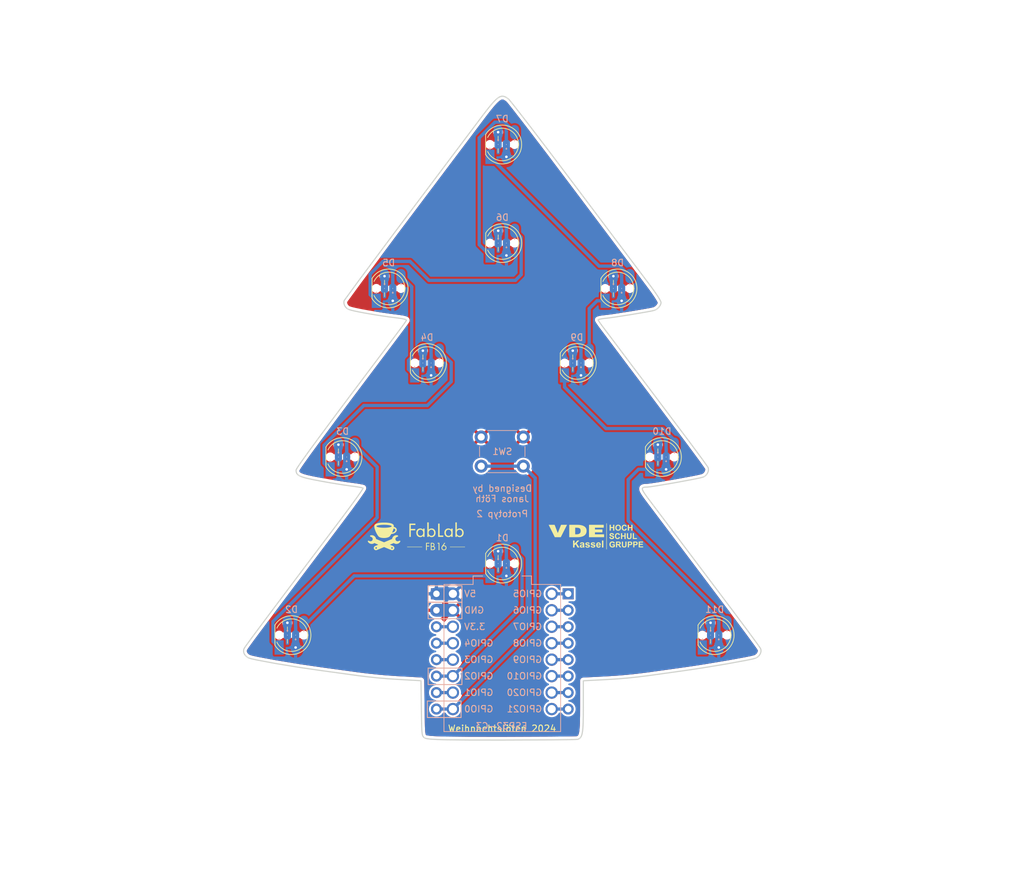
<source format=kicad_pcb>
(kicad_pcb (version 20240108) (generator "pcbnew") (generator_version "8.0")
  (layers (0 "F.Cu" signal) (31 "B.Cu" signal) (34 "B.Paste" user) (35 "F.Paste" user) (36 "B.SilkS" user "B.Silkscreen") (37 "F.SilkS" user "F.Silkscreen") (38 "B.Mask" user) (39 "F.Mask" user) (44 "Edge.Cuts" user))
  (net 0 "")
  (net 1 "GND")
  (net 2 "Net-(D1-DO)")
  (net 3 "Net-(D2-DO)")
  (net 4 "Net-(D3-DO)")
  (net 5 "Net-(D4-DO)")
  (net 6 "Net-(D5-DO)")
  (net 7 "Net-(D6-DO)")
  (net 8 "Net-(D7-DO)")
  (net 9 "Net-(D8-DO)")
  (net 10 "Net-(D10-DI)")
  (net 11 "GPIO1")
  (net 12 "GPIO0")
  (net 13 "5V")
  (net 14 "Net-(D10-DO)")
  (net 15 "GPIO2")
  (net 16 "GPIO4")
  (net 17 "3.3V")
  (net 18 "GPIO3")
  (net 19 "GPIO20")
  (net 20 "GPIO6")
  (net 21 "GPIO8")
  (net 22 "GPIO5")
  (net 23 "GPIO9")
  (net 24 "GPIO21")
  (net 25 "GPIO10")
  (net 26 "GPIO7")
  (footprint "Library:LED_D5.0mm-4_RGB_easy" (layer "F.Cu") (at 160.1 84)
    (property "Reference" "D9" (at 1.905 -3.96 0) (layer "B.SilkS") (effects (justify mirror)))
    (property "Value" "APA-106-F5")
    (pad "" np_thru_hole circle (at 0 0) (size 0.1 0.1) (drill 0.9) (layers "F&B.Cu" "*.Mask"))
    (pad "" np_thru_hole circle (at 1.27 0) (size 0.1 0.1) (drill 0.9) (layers "F&B.Cu" "*.Mask") (clearance 0.1))
    (pad "" np_thru_hole circle (at 2.54 0) (size 0.1 0.1) (drill 0.9) (layers "F&B.Cu" "*.Mask") (clearance 0.1))
    (pad "" np_thru_hole circle (at 3.81 0) (size 0.1 0.1) (drill 0.9) (layers "F&B.Cu" "*.Mask"))
    (pad "1" smd rect (at 0 1.9) (size 1.4 2.2) (layers "B.Cu" "B.Paste" "B.Mask") (net 10 "Net-(D10-DI)"))
    (pad "2" thru_hole circle (at 1.27 -1.905) (size 0.55 0.55) (drill 0.4) (layers "*.Cu" "B.Mask") (net 1 "GND") (clearance 0.000001))
    (pad "2" smd oval (at 1.27 -1.9) (size 1.4 2.2) (layers "B.Cu" "B.Paste" "B.Mask") (net 1 "GND"))
    (pad "2" smd roundrect (at 1.27 -0.381) (size 1.1 2.2) (layers "B.Cu" "B.Paste") (roundrect_rratio 0.3636363636) (net 1 "GND") (clearance 0.15))
    (pad "2" smd roundrect (at 1.27 0.762) (size 0.5 1.5) (layers "B.Cu" "B.Paste") (roundrect_rratio 0.3636363636) (net 1 "GND"))
    (pad "3" smd roundrect (at 2.54 -0.762) (size 0.5 1.5) (layers "B.Cu" "B.Paste") (roundrect_rratio 0.3636363636) (net 13 "5V"))
    (pad "3" smd roundrect (at 2.54 0.381) (size 1.1 2.2) (layers "B.Cu" "B.Paste") (roundrect_rratio 0.3636363636) (net 13 "5V") (clearance 0.15))
    (pad "3" smd oval (at 2.54 1.9) (size 1.4 2.2) (layers "B.Cu" "B.Paste" "B.Mask") (net 13 "5V"))
    (pad "3" thru_hole circle (at 2.54 1.905) (size 0.55 0.55) (drill 0.4) (layers "*.Cu" "B.Mask") (net 13 "5V"))
    (pad "4" smd oval (at 3.81 -1.9) (size 1.4 2.2) (layers "B.Cu" "B.Paste" "B.Mask") (net 9 "Net-(D8-DO)"))
  )
  (footprint "Logos:fablab_logo" (layer "F.Cu") (at 137.25 110.775061)
    (property "Reference" "G***" (hide yes))
    (property "Value" "LOGO" (hide yes))
  )
  (footprint "Library:LED_D5.0mm-4_RGB_easy" (layer "F.Cu") (at 148.59 114.935)
    (property "Reference" "D1" (at 1.905 -3.96 0) (layer "B.SilkS") (effects (justify mirror)))
    (property "Value" "APA-106-F5")
    (pad "" np_thru_hole circle (at 0 0) (size 0.1 0.1) (drill 0.9) (layers "F&B.Cu" "*.Mask"))
    (pad "" np_thru_hole circle (at 1.27 0) (size 0.1 0.1) (drill 0.9) (layers "F&B.Cu" "*.Mask") (clearance 0.1))
    (pad "" np_thru_hole circle (at 2.54 0) (size 0.1 0.1) (drill 0.9) (layers "F&B.Cu" "*.Mask") (clearance 0.1))
    (pad "" np_thru_hole circle (at 3.81 0) (size 0.1 0.1) (drill 0.9) (layers "F&B.Cu" "*.Mask"))
    (pad "1" smd rect (at 0 1.9) (size 1.4 2.2) (layers "B.Cu" "B.Paste" "B.Mask") (net 2 "Net-(D1-DO)"))
    (pad "2" thru_hole circle (at 1.27 -1.905) (size 0.55 0.55) (drill 0.4) (layers "*.Cu" "B.Mask") (net 1 "GND") (clearance 0.000001))
    (pad "2" smd oval (at 1.27 -1.9) (size 1.4 2.2) (layers "B.Cu" "B.Paste" "B.Mask") (net 1 "GND"))
    (pad "2" smd roundrect (at 1.27 -0.381) (size 1.1 2.2) (layers "B.Cu" "B.Paste") (roundrect_rratio 0.3636363636) (net 1 "GND") (clearance 0.15))
    (pad "2" smd roundrect (at 1.27 0.762) (size 0.5 1.5) (layers "B.Cu" "B.Paste") (roundrect_rratio 0.3636363636) (net 1 "GND"))
    (pad "3" smd roundrect (at 2.54 -0.762) (size 0.5 1.5) (layers "B.Cu" "B.Paste") (roundrect_rratio 0.3636363636) (net 13 "5V"))
    (pad "3" smd roundrect (at 2.54 0.381) (size 1.1 2.2) (layers "B.Cu" "B.Paste") (roundrect_rratio 0.3636363636) (net 13 "5V") (clearance 0.15))
    (pad "3" smd oval (at 2.54 1.9) (size 1.4 2.2) (layers "B.Cu" "B.Paste" "B.Mask") (net 13 "5V"))
    (pad "3" thru_hole circle (at 2.54 1.905) (size 0.55 0.55) (drill 0.4) (layers "*.Cu" "B.Mask") (net 13 "5V"))
    (pad "4" smd oval (at 3.81 -1.9) (size 1.4 2.2) (layers "B.Cu" "B.Paste" "B.Mask") (net 15 "GPIO2"))
  )
  (footprint "Library:LED_D5.0mm-4_RGB_easy" (layer "F.Cu") (at 173.228 98.5)
    (property "Reference" "D10" (at 1.905 -3.96 0) (layer "B.SilkS") (effects (justify mirror)))
    (property "Value" "APA-106-F5")
    (pad "" np_thru_hole circle (at 0 0) (size 0.1 0.1) (drill 0.9) (layers "F&B.Cu" "*.Mask"))
    (pad "" np_thru_hole circle (at 1.27 0) (size 0.1 0.1) (drill 0.9) (layers "F&B.Cu" "*.Mask") (clearance 0.1))
    (pad "" np_thru_hole circle (at 2.54 0) (size 0.1 0.1) (drill 0.9) (layers "F&B.Cu" "*.Mask") (clearance 0.1))
    (pad "" np_thru_hole circle (at 3.81 0) (size 0.1 0.1) (drill 0.9) (layers "F&B.Cu" "*.Mask"))
    (pad "1" smd rect (at 0 1.9) (size 1.4 2.2) (layers "B.Cu" "B.Paste" "B.Mask") (net 14 "Net-(D10-DO)"))
    (pad "2" thru_hole circle (at 1.27 -1.905) (size 0.55 0.55) (drill 0.4) (layers "*.Cu" "B.Mask") (net 1 "GND") (clearance 0.000001))
    (pad "2" smd oval (at 1.27 -1.9) (size 1.4 2.2) (layers "B.Cu" "B.Paste" "B.Mask") (net 1 "GND"))
    (pad "2" smd roundrect (at 1.27 -0.381) (size 1.1 2.2) (layers "B.Cu" "B.Paste") (roundrect_rratio 0.3636363636) (net 1 "GND") (clearance 0.15))
    (pad "2" smd roundrect (at 1.27 0.762) (size 0.5 1.5) (layers "B.Cu" "B.Paste") (roundrect_rratio 0.3636363636) (net 1 "GND"))
    (pad "3" smd roundrect (at 2.54 -0.762) (size 0.5 1.5) (layers "B.Cu" "B.Paste") (roundrect_rratio 0.3636363636) (net 13 "5V"))
    (pad "3" smd roundrect (at 2.54 0.381) (size 1.1 2.2) (layers "B.Cu" "B.Paste") (roundrect_rratio 0.3636363636) (net 13 "5V") (clearance 0.15))
    (pad "3" smd oval (at 2.54 1.9) (size 1.4 2.2) (layers "B.Cu" "B.Paste" "B.Mask") (net 13 "5V"))
    (pad "3" thru_hole circle (at 2.54 1.905) (size 0.55 0.55) (drill 0.4) (layers "*.Cu" "B.Mask") (net 13 "5V"))
    (pad "4" smd oval (at 3.81 -1.9) (size 1.4 2.2) (layers "B.Cu" "B.Paste" "B.Mask") (net 10 "Net-(D10-DI)"))
  )
  (footprint "Library:LED_D5.0mm-4_RGB_easy" (layer "F.Cu") (at 136.98 84)
    (property "Reference" "D4" (at 1.905 -3.96 0) (layer "B.SilkS") (effects (justify mirror)))
    (property "Value" "APA-106-F5")
    (pad "" np_thru_hole circle (at 0 0) (size 0.1 0.1) (drill 0.9) (layers "F&B.Cu" "*.Mask"))
    (pad "" np_thru_hole circle (at 1.27 0) (size 0.1 0.1) (drill 0.9) (layers "F&B.Cu" "*.Mask") (clearance 0.1))
    (pad "" np_thru_hole circle (at 2.54 0) (size 0.1 0.1) (drill 0.9) (layers "F&B.Cu" "*.Mask") (clearance 0.1))
    (pad "" np_thru_hole circle (at 3.81 0) (size 0.1 0.1) (drill 0.9) (layers "F&B.Cu" "*.Mask"))
    (pad "1" smd rect (at 0 1.9) (size 1.4 2.2) (layers "B.Cu" "B.Paste" "B.Mask") (net 5 "Net-(D4-DO)"))
    (pad "2" thru_hole circle (at 1.27 -1.905) (size 0.55 0.55) (drill 0.4) (layers "*.Cu" "B.Mask") (net 1 "GND") (clearance 0.000001))
    (pad "2" smd oval (at 1.27 -1.9) (size 1.4 2.2) (layers "B.Cu" "B.Paste" "B.Mask") (net 1 "GND"))
    (pad "2" smd roundrect (at 1.27 -0.381) (size 1.1 2.2) (layers "B.Cu" "B.Paste") (roundrect_rratio 0.3636363636) (net 1 "GND") (clearance 0.15))
    (pad "2" smd roundrect (at 1.27 0.762) (size 0.5 1.5) (layers "B.Cu" "B.Paste") (roundrect_rratio 0.3636363636) (net 1 "GND"))
    (pad "3" smd roundrect (at 2.54 -0.762) (size 0.5 1.5) (layers "B.Cu" "B.Paste") (roundrect_rratio 0.3636363636) (net 13 "5V"))
    (pad "3" smd roundrect (at 2.54 0.381) (size 1.1 2.2) (layers "B.Cu" "B.Paste") (roundrect_rratio 0.3636363636) (net 13 "5V") (clearance 0.15))
    (pad "3" smd oval (at 2.54 1.9) (size 1.4 2.2) (layers "B.Cu" "B.Paste" "B.Mask") (net 13 "5V"))
    (pad "3" thru_hole circle (at 2.54 1.905) (size 0.55 0.55) (drill 0.4) (layers "*.Cu" "B.Mask") (net 13 "5V"))
    (pad "4" smd oval (at 3.81 -1.9) (size 1.4 2.2) (layers "B.Cu" "B.Paste" "B.Mask") (net 4 "Net-(D3-DO)"))
  )
  (footprint "Library:LED_D5.0mm-4_RGB_easy" (layer "F.Cu") (at 148.59 50.292)
    (property "Reference" "D7" (at 1.905 -3.96 0) (layer "B.SilkS") (effects (justify mirror)))
    (property "Value" "APA-106-F5")
    (pad "" np_thru_hole circle (at 0 0) (size 0.1 0.1) (drill 0.9) (layers "F&B.Cu" "*.Mask"))
    (pad "" np_thru_hole circle (at 1.27 0) (size 0.1 0.1) (drill 0.9) (layers "F&B.Cu" "*.Mask") (clearance 0.1))
    (pad "" np_thru_hole circle (at 2.54 0) (size 0.1 0.1) (drill 0.9) (layers "F&B.Cu" "*.Mask") (clearance 0.1))
    (pad "" np_thru_hole circle (at 3.81 0) (size 0.1 0.1) (drill 0.9) (layers "F&B.Cu" "*.Mask"))
    (pad "1" smd rect (at 0 1.9) (size 1.4 2.2) (layers "B.Cu" "B.Paste" "B.Mask") (net 8 "Net-(D7-DO)"))
    (pad "2" thru_hole circle (at 1.27 -1.905) (size 0.55 0.55) (drill 0.4) (layers "*.Cu" "B.Mask") (net 1 "GND") (clearance 0.000001))
    (pad "2" smd oval (at 1.27 -1.9) (size 1.4 2.2) (layers "B.Cu" "B.Paste" "B.Mask") (net 1 "GND"))
    (pad "2" smd roundrect (at 1.27 -0.381) (size 1.1 2.2) (layers "B.Cu" "B.Paste") (roundrect_rratio 0.3636363636) (net 1 "GND") (clearance 0.15))
    (pad "2" smd roundrect (at 1.27 0.762) (size 0.5 1.5) (layers "B.Cu" "B.Paste") (roundrect_rratio 0.3636363636) (net 1 "GND"))
    (pad "3" smd roundrect (at 2.54 -0.762) (size 0.5 1.5) (layers "B.Cu" "B.Paste") (roundrect_rratio 0.3636363636) (net 13 "5V"))
    (pad "3" smd roundrect (at 2.54 0.381) (size 1.1 2.2) (layers "B.Cu" "B.Paste") (roundrect_rratio 0.3636363636) (net 13 "5V") (clearance 0.15))
    (pad "3" smd oval (at 2.54 1.9) (size 1.4 2.2) (layers "B.Cu" "B.Paste" "B.Mask") (net 13 "5V"))
    (pad "3" thru_hole circle (at 2.54 1.905) (size 0.55 0.55) (drill 0.4) (layers "*.Cu" "B.Mask") (net 13 "5V"))
    (pad "4" smd oval (at 3.81 -1.9) (size 1.4 2.2) (layers "B.Cu" "B.Paste" "B.Mask") (net 7 "Net-(D6-DO)"))
  )
  (footprint "Logos:vde_hsg_logo" (layer "F.Cu") (at 165 110.75)
    (property "Reference" "G***" (hide yes))
    (property "Value" "LOGO" (hide yes))
  )
  (footprint "Library:LED_D5.0mm-4_RGB_easy" (layer "F.Cu") (at 123.952 98.5)
    (property "Reference" "D3" (at 1.905 -3.96 0) (layer "B.SilkS") (effects (justify mirror)))
    (property "Value" "APA-106-F5")
    (pad "" np_thru_hole circle (at 0 0) (size 0.1 0.1) (drill 0.9) (layers "F&B.Cu" "*.Mask"))
    (pad "" np_thru_hole circle (at 1.27 0) (size 0.1 0.1) (drill 0.9) (layers "F&B.Cu" "*.Mask") (clearance 0.1))
    (pad "" np_thru_hole circle (at 2.54 0) (size 0.1 0.1) (drill 0.9) (layers "F&B.Cu" "*.Mask") (clearance 0.1))
    (pad "" np_thru_hole circle (at 3.81 0) (size 0.1 0.1) (drill 0.9) (layers "F&B.Cu" "*.Mask"))
    (pad "1" smd rect (at 0 1.9) (size 1.4 2.2) (layers "B.Cu" "B.Paste" "B.Mask") (net 4 "Net-(D3-DO)"))
    (pad "2" thru_hole circle (at 1.27 -1.905) (size 0.55 0.55) (drill 0.4) (layers "*.Cu" "B.Mask") (net 1 "GND") (clearance 0.000001))
    (pad "2" smd oval (at 1.27 -1.9) (size 1.4 2.2) (layers "B.Cu" "B.Paste" "B.Mask") (net 1 "GND"))
    (pad "2" smd roundrect (at 1.27 -0.381) (size 1.1 2.2) (layers "B.Cu" "B.Paste") (roundrect_rratio 0.3636363636) (net 1 "GND") (clearance 0.15))
    (pad "2" smd roundrect (at 1.27 0.762) (size 0.5 1.5) (layers "B.Cu" "B.Paste") (roundrect_rratio 0.3636363636) (net 1 "GND"))
    (pad "3" smd roundrect (at 2.54 -0.762) (size 0.5 1.5) (layers "B.Cu" "B.Paste") (roundrect_rratio 0.3636363636) (net 13 "5V"))
    (pad "3" smd roundrect (at 2.54 0.381) (size 1.1 2.2) (layers "B.Cu" "B.Paste") (roundrect_rratio 0.3636363636) (net 13 "5V") (clearance 0.15))
    (pad "3" smd oval (at 2.54 1.9) (size 1.4 2.2) (layers "B.Cu" "B.Paste" "B.Mask") (net 13 "5V"))
    (pad "3" thru_hole circle (at 2.54 1.905) (size 0.55 0.55) (drill 0.4) (layers "*.Cu" "B.Mask") (net 13 "5V"))
    (pad "4" smd oval (at 3.81 -1.9) (size 1.4 2.2) (layers "B.Cu" "B.Paste" "B.Mask") (net 3 "Net-(D2-DO)"))
  )
  (footprint "Library:LED_D5.0mm-4_RGB_easy" (layer "F.Cu") (at 116.078 125.979)
    (property "Reference" "D2" (at 1.905 -3.96 0) (layer "B.SilkS") (effects (justify mirror)))
    (property "Value" "APA-106-F5")
    (pad "" np_thru_hole circle (at 0 0) (size 0.1 0.1) (drill 0.9) (layers "F&B.Cu" "*.Mask"))
    (pad "" np_thru_hole circle (at 1.27 0) (size 0.1 0.1) (drill 0.9) (layers "F&B.Cu" "*.Mask") (clearance 0.1))
    (pad "" np_thru_hole circle (at 2.54 0) (size 0.1 0.1) (drill 0.9) (layers "F&B.Cu" "*.Mask") (clearance 0.1))
    (pad "" np_thru_hole circle (at 3.81 0) (size 0.1 0.1) (drill 0.9) (layers "F&B.Cu" "*.Mask"))
    (pad "1" smd rect (at 0 1.9) (size 1.4 2.2) (layers "B.Cu" "B.Paste" "B.Mask") (net 3 "Net-(D2-DO)"))
    (pad "2" thru_hole circle (at 1.27 -1.905) (size 0.55 0.55) (drill 0.4) (layers "*.Cu" "B.Mask") (net 1 "GND") (clearance 0.000001))
    (pad "2" smd oval (at 1.27 -1.9) (size 1.4 2.2) (layers "B.Cu" "B.Paste" "B.Mask") (net 1 "GND"))
    (pad "2" smd roundrect (at 1.27 -0.381) (size 1.1 2.2) (layers "B.Cu" "B.Paste") (roundrect_rratio 0.3636363636) (net 1 "GND") (clearance 0.15))
    (pad "2" smd roundrect (at 1.27 0.762) (size 0.5 1.5) (layers "B.Cu" "B.Paste") (roundrect_rratio 0.3636363636) (net 1 "GND"))
    (pad "3" smd roundrect (at 2.54 -0.762) (size 0.5 1.5) (layers "B.Cu" "B.Paste") (roundrect_rratio 0.3636363636) (net 13 "5V"))
    (pad "3" smd roundrect (at 2.54 0.381) (size 1.1 2.2) (layers "B.Cu" "B.Paste") (roundrect_rratio 0.3636363636) (net 13 "5V") (clearance 0.15))
    (pad "3" smd oval (at 2.54 1.9) (size 1.4 2.2) (layers "B.Cu" "B.Paste" "B.Mask") (net 13 "5V"))
    (pad "3" thru_hole circle (at 2.54 1.905) (size 0.55 0.55) (drill 0.4) (layers "*.Cu" "B.Mask") (net 13 "5V"))
    (pad "4" smd oval (at 3.81 -1.9) (size 1.4 2.2) (layers "B.Cu" "B.Paste" "B.Mask") (net 2 "Net-(D1-DO)"))
  )
  (footprint "Library:LED_D5.0mm-4_RGB_easy" (layer "F.Cu") (at 166.37 72.5)
    (property "Reference" "D8" (at 1.905 -3.96 0) (layer "B.SilkS") (effects (justify mirror)))
    (property "Value" "APA-106-F5")
    (pad "" np_thru_hole circle (at 0 0) (size 0.1 0.1) (drill 0.9) (layers "F&B.Cu" "*.Mask"))
    (pad "" np_thru_hole circle (at 1.27 0) (size 0.1 0.1) (drill 0.9) (layers "F&B.Cu" "*.Mask") (clearance 0.1))
    (pad "" np_thru_hole circle (at 2.54 0) (size 0.1 0.1) (drill 0.9) (layers "F&B.Cu" "*.Mask") (clearance 0.1))
    (pad "" np_thru_hole circle (at 3.81 0) (size 0.1 0.1) (drill 0.9) (layers "F&B.Cu" "*.Mask"))
    (pad "1" smd rect (at 0 1.9) (size 1.4 2.2) (layers "B.Cu" "B.Paste" "B.Mask") (net 9 "Net-(D8-DO)"))
    (pad "2" thru_hole circle (at 1.27 -1.905) (size 0.55 0.55) (drill 0.4) (layers "*.Cu" "B.Mask") (net 1 "GND") (clearance 0.000001))
    (pad "2" smd oval (at 1.27 -1.9) (size 1.4 2.2) (layers "B.Cu" "B.Paste" "B.Mask") (net 1 "GND"))
    (pad "2" smd roundrect (at 1.27 -0.381) (size 1.1 2.2) (layers "B.Cu" "B.Paste") (roundrect_rratio 0.3636363636) (net 1 "GND") (clearance 0.15))
    (pad "2" smd roundrect (at 1.27 0.762) (size 0.5 1.5) (layers "B.Cu" "B.Paste") (roundrect_rratio 0.3636363636) (net 1 "GND"))
    (pad "3" smd roundrect (at 2.54 -0.762) (size 0.5 1.5) (layers "B.Cu" "B.Paste") (roundrect_rratio 0.3636363636) (net 13 "5V"))
    (pad "3" smd roundrect (at 2.54 0.381) (size 1.1 2.2) (layers "B.Cu" "B.Paste") (roundrect_rratio 0.3636363636) (net 13 "5V") (clearance 0.15))
    (pad "3" smd oval (at 2.54 1.9) (size 1.4 2.2) (layers "B.Cu" "B.Paste" "B.Mask") (net 13 "5V"))
    (pad "3" thru_hole circle (at 2.54 1.905) (size 0.55 0.55) (drill 0.4) (layers "*.Cu" "B.Mask") (net 13 "5V"))
    (pad "4" smd oval (at 3.81 -1.9) (size 1.4 2.2) (layers "B.Cu" "B.Paste" "B.Mask") (net 8 "Net-(D7-DO)"))
  )
  (footprint "Library:LED_D5.0mm-4_RGB_easy" (layer "F.Cu") (at 181.356 125.979)
    (property "Reference" "D11" (at 1.905 -3.96 0) (layer "B.SilkS") (effects (justify mirror)))
    (property "Value" "APA-106-F5")
    (pad "" np_thru_hole circle (at 0 0) (size 0.1 0.1) (drill 0.9) (layers "F&B.Cu" "*.Mask"))
    (pad "" np_thru_hole circle (at 1.27 0) (size 0.1 0.1) (drill 0.9) (layers "F&B.Cu" "*.Mask") (clearance 0.1))
    (pad "" np_thru_hole circle (at 2.54 0) (size 0.1 0.1) (drill 0.9) (layers "F&B.Cu" "*.Mask") (clearance 0.1))
    (pad "" np_thru_hole circle (at 3.81 0) (size 0.1 0.1) (drill 0.9) (layers "F&B.Cu" "*.Mask"))
    (pad "1" smd rect (at 0 1.9) (size 1.4 2.2) (layers "B.Cu" "B.Paste" "B.Mask"))
    (pad "2" thru_hole circle (at 1.27 -1.905) (size 0.55 0.55) (drill 0.4) (layers "*.Cu" "B.Mask") (net 1 "GND") (clearance 0.000001))
    (pad "2" smd oval (at 1.27 -1.9) (size 1.4 2.2) (layers "B.Cu" "B.Paste" "B.Mask") (net 1 "GND"))
    (pad "2" smd roundrect (at 1.27 -0.381) (size 1.1 2.2) (layers "B.Cu" "B.Paste") (roundrect_rratio 0.3636363636) (net 1 "GND") (clearance 0.15))
    (pad "2" smd roundrect (at 1.27 0.762) (size 0.5 1.5) (layers "B.Cu" "B.Paste") (roundrect_rratio 0.3636363636) (net 1 "GND"))
    (pad "3" smd roundrect (at 2.54 -0.762) (size 0.5 1.5) (layers "B.Cu" "B.Paste") (roundrect_rratio 0.3636363636) (net 13 "5V"))
    (pad "3" smd roundrect (at 2.54 0.381) (size 1.1 2.2) (layers "B.Cu" "B.Paste") (roundrect_rratio 0.3636363636) (net 13 "5V") (clearance 0.15))
    (pad "3" smd oval (at 2.54 1.9) (size 1.4 2.2) (layers "B.Cu" "B.Paste" "B.Mask") (net 13 "5V"))
    (pad "3" thru_hole circle (at 2.54 1.905) (size 0.55 0.55) (drill 0.4) (layers "*.Cu" "B.Mask") (net 13 "5V"))
    (pad "4" smd oval (at 3.81 -1.9) (size 1.4 2.2) (layers "B.Cu" "B.Paste" "B.Mask") (net 14 "Net-(D10-DO)"))
  )
  (footprint "Library:LED_D5.0mm-4_RGB_easy" (layer "F.Cu") (at 131.064 72.5)
    (property "Reference" "D5" (at 1.905 -3.96 0) (layer "B.SilkS") (effects (justify mirror)))
    (property "Value" "APA-106-F5")
    (pad "" np_thru_hole circle (at 0 0) (size 0.1 0.1) (drill 0.9) (layers "F&B.Cu" "*.Mask"))
    (pad "" np_thru_hole circle (at 1.27 0) (size 0.1 0.1) (drill 0.9) (layers "F&B.Cu" "*.Mask") (clearance 0.1))
    (pad "" np_thru_hole circle (at 2.54 0) (size 0.1 0.1) (drill 0.9) (layers "F&B.Cu" "*.Mask") (clearance 0.1))
    (pad "" np_thru_hole circle (at 3.81 0) (size 0.1 0.1) (drill 0.9) (layers "F&B.Cu" "*.Mask"))
    (pad "1" smd rect (at 0 1.9) (size 1.4 2.2) (layers "B.Cu" "B.Paste" "B.Mask") (net 6 "Net-(D5-DO)"))
    (pad "2" thru_hole circle (at 1.27 -1.905) (size 0.55 0.55) (drill 0.4) (layers "*.Cu" "B.Mask") (net 1 "GND") (clearance 0.000001))
    (pad "2" smd oval (at 1.27 -1.9) (size 1.4 2.2) (layers "B.Cu" "B.Paste" "B.Mask") (net 1 "GND"))
    (pad "2" smd roundrect (at 1.27 -0.381) (size 1.1 2.2) (layers "B.Cu" "B.Paste") (roundrect_rratio 0.3636363636) (net 1 "GND") (clearance 0.15))
    (pad "2" smd roundrect (at 1.27 0.762) (size 0.5 1.5) (layers "B.Cu" "B.Paste") (roundrect_rratio 0.3636363636) (net 1 "GND"))
    (pad "3" smd roundrect (at 2.54 -0.762) (size 0.5 1.5) (layers "B.Cu" "B.Paste") (roundrect_rratio 0.3636363636) (net 13 "5V"))
    (pad "3" smd roundrect (at 2.54 0.381) (size 1.1 2.2) (layers "B.Cu" "B.Paste") (roundrect_rratio 0.3636363636) (net 13 "5V") (clearance 0.15))
    (pad "3" smd oval (at 2.54 1.9) (size 1.4 2.2) (layers "B.Cu" "B.Paste" "B.Mask") (net 13 "5V"))
    (pad "3" thru_hole circle (at 2.54 1.905) (size 0.55 0.55) (drill 0.4) (layers "*.Cu" "B.Mask") (net 13 "5V"))
    (pad "4" smd oval (at 3.81 -1.9) (size 1.4 2.2) (layers "B.Cu" "B.Paste" "B.Mask") (net 5 "Net-(D4-DO)"))
  )
  (footprint "Library:LED_D5.0mm-4_RGB_easy" (layer "F.Cu") (at 148.6 65.5)
    (property "Reference" "D6" (at 1.905 -3.96 0) (layer "B.SilkS") (effects (justify mirror)))
    (property "Value" "APA-106-F5")
    (pad "" np_thru_hole circle (at 0 0) (size 0.1 0.1) (drill 0.9) (layers "F&B.Cu" "*.Mask"))
    (pad "" np_thru_hole circle (at 1.27 0) (size 0.1 0.1) (drill 0.9) (layers "F&B.Cu" "*.Mask") (clearance 0.1))
    (pad "" np_thru_hole circle (at 2.54 0) (size 0.1 0.1) (drill 0.9) (layers "F&B.Cu" "*.Mask") (clearance 0.1))
    (pad "" np_thru_hole circle (at 3.81 0) (size 0.1 0.1) (drill 0.9) (layers "F&B.Cu" "*.Mask"))
    (pad "1" smd rect (at 0 1.9) (size 1.4 2.2) (layers "B.Cu" "B.Paste" "B.Mask") (net 7 "Net-(D6-DO)"))
    (pad "2" thru_hole circle (at 1.27 -1.905) (size 0.55 0.55) (drill 0.4) (layers "*.Cu" "B.Mask") (net 1 "GND") (clearance 0.000001))
    (pad "2" smd oval (at 1.27 -1.9) (size 1.4 2.2) (layers "B.Cu" "B.Paste" "B.Mask") (net 1 "GND"))
    (pad "2" smd roundrect (at 1.27 -0.381) (size 1.1 2.2) (layers "B.Cu" "B.Paste") (roundrect_rratio 0.3636363636) (net 1 "GND") (clearance 0.15))
    (pad "2" smd roundrect (at 1.27 0.762) (size 0.5 1.5) (layers "B.Cu" "B.Paste") (roundrect_rratio 0.3636363636) (net 1 "GND"))
    (pad "3" smd roundrect (at 2.54 -0.762) (size 0.5 1.5) (layers "B.Cu" "B.Paste") (roundrect_rratio 0.3636363636) (net 13 "5V"))
    (pad "3" smd roundrect (at 2.54 0.381) (size 1.1 2.2) (layers "B.Cu" "B.Paste") (roundrect_rratio 0.3636363636) (net 13 "5V") (clearance 0.15))
    (pad "3" smd oval (at 2.54 1.9) (size 1.4 2.2) (layers "B.Cu" "B.Paste" "B.Mask") (net 13 "5V"))
    (pad "3" thru_hole circle (at 2.54 1.905) (size 0.55 0.55) (drill 0.4) (layers "*.Cu" "B.Mask") (net 13 "5V"))
    (pad "4" smd oval (at 3.81 -1.9) (size 1.4 2.2) (layers "B.Cu" "B.Paste" "B.Mask") (net 6 "Net-(D5-DO)"))
  )
  (footprint "Connector_PinHeader_2.54mm:PinHeader_1x08_P2.54mm_Vertical" (layer "B.Cu") (at 160.66 119.6 180)
    (property "Reference" "P2" (hide yes))
    (property "Value" "Conn_01x08_Pin" (hide yes))
    (pad "1" thru_hole rect (at 0 0 180) (size 1.7 1.7) (drill 1) (layers "*.Cu" "*.Mask") (net 22 "GPIO5"))
    (pad "2" thru_hole oval (at 0 -2.54 180) (size 1.7 1.7) (drill 1) (layers "*.Cu" "*.Mask") (net 20 "GPIO6"))
    (pad "3" thru_hole oval (at 0 -5.08 180) (size 1.7 1.7) (drill 1) (layers "*.Cu" "*.Mask") (net 26 "GPIO7"))
    (pad "4" thru_hole oval (at 0 -7.62 180) (size 1.7 1.7) (drill 1) (layers "*.Cu" "*.Mask") (net 21 "GPIO8"))
    (pad "5" thru_hole oval (at 0 -10.16 180) (size 1.7 1.7) (drill 1) (layers "*.Cu" "*.Mask") (net 23 "GPIO9"))
    (pad "6" thru_hole oval (at 0 -12.7 180) (size 1.7 1.7) (drill 1) (layers "*.Cu" "*.Mask") (net 25 "GPIO10"))
    (pad "7" thru_hole oval (at 0 -15.24 180) (size 1.7 1.7) (drill 1) (layers "*.Cu" "*.Mask") (net 19 "GPIO20"))
    (pad "8" thru_hole oval (at 0 -17.78 180) (size 1.7 1.7) (drill 1) (layers "*.Cu" "*.Mask") (net 24 "GPIO21"))
  )
  (footprint "footprints:MODULE_ESP32-C3_SUPERMINI" (layer "B.Cu") (at 150.5 129.5 180)
    (property "Reference" "U1" (hide yes))
    (property "Value" "ESP32-C3" (at 0.12 -10.5 0) (layer "B.SilkS") (effects (justify mirror)))
    (fp_text user "GPIO20" (at -6.223 -5.334 0) (layer "B.SilkS") (effects (justify left mirror)))
    (fp_text user "GPIO5" (at -6.223 9.906 0) (layer "B.SilkS") (effects (justify left mirror)))
    (fp_text user "GPIO2" (at 5.969 -2.794 0) (layer "B.SilkS") (effects (justify right mirror)))
    (fp_text user "GPIO21" (at -6.223 -7.874 0) (layer "B.SilkS") (effects (justify left mirror)))
    (fp_text user "GPIO6" (at -6.223 7.366 0) (layer "B.SilkS") (effects (justify left mirror)))
    (fp_text user "GPIO4" (at 5.969 2.286 0) (layer "B.SilkS") (effects (justify right mirror)))
    (fp_text user "5V" (at 5.969 9.906 0) (layer "B.SilkS") (effects (justify right mirror)))
    (fp_text user "GPIO7" (at -6.223 4.826 0) (layer "B.SilkS") (effects (justify left mirror)))
    (fp_text user "GPIO3" (at 5.969 -0.254 0) (layer "B.SilkS") (effects (justify right mirror)))
    (fp_text user "3.3V" (at 5.969 4.826 0) (layer "B.SilkS") (effects (justify right mirror)))
    (fp_text user "GPIO8" (at -6.223 2.286 0) (layer "B.SilkS") (effects (justify left mirror)))
    (fp_text user "GPIO9" (at -6.223 -0.254 0) (layer "B.SilkS") (effects (justify left mirror)))
    (fp_text user "GPIO10" (at -6.223 -2.794 0) (layer "B.SilkS") (effects (justify left mirror)))
    (fp_text user "GPIO1" (at 5.969 -5.334 0) (layer "B.SilkS") (effects (justify right mirror)))
    (fp_text user "GPIO0" (at 5.969 -7.874 0) (layer "B.SilkS") (effects (justify right mirror)))
    (fp_text user "GND" (at 5.969 7.366 0) (layer "B.SilkS") (effects (justify right mirror)))
    (pad "0" thru_hole circle (at 7.62 -7.88 180) (size 1.905 1.905) (drill 1.27) (layers "*.Cu" "*.Mask") (net 12 "GPIO0"))
    (pad "1" thru_hole circle (at 7.62 -5.34 180) (size 1.905 1.905) (drill 1.27) (layers "*.Cu" "*.Mask") (net 11 "GPIO1"))
    (pad "2" thru_hole circle (at 7.62 -2.8 180) (size 1.905 1.905) (drill 1.27) (layers "*.Cu" "*.Mask") (net 15 "GPIO2"))
    (pad "3" thru_hole circle (at 7.62 -0.26 180) (size 1.905 1.905) (drill 1.27) (layers "*.Cu" "*.Mask") (net 18 "GPIO3"))
    (pad "3.3" thru_hole circle (at 7.62 4.82 180) (size 1.905 1.905) (drill 1.27) (layers "*.Cu" "*.Mask") (net 17 "3.3V"))
    (pad "4" thru_hole circle (at 7.62 2.28 180) (size 1.905 1.905) (drill 1.27) (layers "*.Cu" "*.Mask") (net 16 "GPIO4"))
    (pad "5" thru_hole circle (at -7.62 9.9 180) (size 1.905 1.905) (drill 1.27) (layers "*.Cu" "*.Mask") (net 22 "GPIO5"))
    (pad "5V" thru_hole circle (at 7.62 9.9 180) (size 1.905 1.905) (drill 1.27) (layers "*.Cu" "*.Mask") (net 13 "5V"))
    (pad "6" thru_hole circle (at -7.62 7.36 180) (size 1.905 1.905) (drill 1.27) (layers "*.Cu" "*.Mask") (net 20 "GPIO6"))
    (pad "7" thru_hole circle (at -7.62 4.82 180) (size 1.905 1.905) (drill 1.27) (layers "*.Cu" "*.Mask") (net 26 "GPIO7"))
    (pad "8" thru_hole circle (at -7.62 2.28 180) (size 1.905 1.905) (drill 1.27) (layers "*.Cu" "*.Mask") (net 21 "GPIO8"))
    (pad "9" thru_hole circle (at -7.62 -0.26 180) (size 1.905 1.905) (drill 1.27) (layers "*.Cu" "*.Mask") (net 23 "GPIO9"))
    (pad "10" thru_hole circle (at -7.62 -2.8 180) (size 1.905 1.905) (drill 1.27) (layers "*.Cu" "*.Mask") (net 25 "GPIO10"))
    (pad "20" thru_hole circle (at -7.62 -5.34 180) (size 1.905 1.905) (drill 1.27) (layers "*.Cu" "*.Mask") (net 19 "GPIO20"))
    (pad "21" thru_hole circle (at -7.62 -7.88 180) (size 1.905 1.905) (drill 1.27) (layers "*.Cu" "*.Mask") (net 24 "GPIO21"))
    (pad "G" thru_hole circle (at 7.62 7.36 180) (size 1.905 1.905) (drill 1.27) (layers "*.Cu" "*.Mask") (net 1 "GND"))
  )
  (footprint "Connector_PinHeader_2.54mm:PinHeader_1x08_P2.54mm_Vertical" (layer "B.Cu") (at 140.34 119.6 180)
    (property "Reference" "P1" (hide yes))
    (property "Value" "Conn_01x08_Pin" (hide yes))
    (pad "1" thru_hole rect (at 0 0 180) (size 1.7 1.7) (drill 1) (layers "*.Cu" "*.Mask") (net 13 "5V"))
    (pad "2" thru_hole oval (at 0 -2.54 180) (size 1.7 1.7) (drill 1) (layers "*.Cu" "*.Mask") (net 1 "GND"))
    (pad "3" thru_hole oval (at 0 -5.08 180) (size 1.7 1.7) (drill 1) (layers "*.Cu" "*.Mask") (net 17 "3.3V"))
    (pad "4" thru_hole oval (at 0 -7.62 180) (size 1.7 1.7) (drill 1) (layers "*.Cu" "*.Mask") (net 16 "GPIO4"))
    (pad "5" thru_hole oval (at 0 -10.16 180) (size 1.7 1.7) (drill 1) (layers "*.Cu" "*.Mask") (net 18 "GPIO3"))
    (pad "6" thru_hole oval (at 0 -12.7 180) (size 1.7 1.7) (drill 1) (layers "*.Cu" "*.Mask") (net 15 "GPIO2"))
    (pad "7" thru_hole oval (at 0 -15.24 180) (size 1.7 1.7) (drill 1) (layers "*.Cu" "*.Mask") (net 11 "GPIO1"))
    (pad "8" thru_hole oval (at 0 -17.78 180) (size 1.7 1.7) (drill 1) (layers "*.Cu" "*.Mask") (net 12 "GPIO0"))
  )
  (footprint "Button_Switch_THT:SW_PUSH_6mm" (layer "B.Cu") (at 147.245 99.913)
    (property "Reference" "SW1" (at 3.25 -2.25 0) (layer "B.SilkS") (effects (justify mirror)))
    (property "Value" "Button")
    (pad "1" thru_hole circle (at 0 0 270) (size 2 2) (drill 1.1) (layers "*.Cu" "*.Mask") (net 12 "GPIO0"))
    (pad "1" thru_hole circle (at 6.5 0 270) (size 2 2) (drill 1.1) (layers "*.Cu" "*.Mask") (net 12 "GPIO0"))
    (pad "2" thru_hole circle (at 0 -4.5 270) (size 2 2) (drill 1.1) (layers "*.Cu" "*.Mask") (net 1 "GND"))
    (pad "2" thru_hole circle (at 6.5 -4.5 270) (size 2 2) (drill 1.1) (layers "*.Cu" "*.Mask") (net 1 "GND"))
  )
  (gr_rect (start 139.065 118.364) (end 144.272 120.904) (stroke (width 0.15)) (fill none) (layer "B.SilkS"))
  (gr_rect (start 139.065 131.064) (end 144.272 133.604) (stroke (width 0.15)) (fill none) (layer "B.SilkS"))
  (gr_rect (start 139.065 120.904) (end 144.272 123.444) (stroke (width 0.15)) (fill none) (layer "B.SilkS"))
  (gr_rect (start 138.938 136.144) (end 144.145 138.684) (stroke (width 0.15)) (fill none) (layer "B.SilkS"))
  (gr_poly (pts (xy 150.617748 42.845263) (xy 150.708281 42.860323) (xy 150.798959 42.88479) (xy 150.890237 42.918383) (xy 150.98257 42.960819) (xy 151.076413 43.011817) (xy 151.270444 43.138368) (xy 151.475968 43.29578) (xy 151.583523 43.408743) (xy 151.785421 43.648121) (xy 152.45147 44.479076) (xy 154.68711 47.360424) (xy 157.850407 51.50702) (xy 161.608876 56.486059) (xy 173.078389 71.728159) (xy 173.491039 72.280055) (xy 173.862197 72.792152) (xy 174.187704 73.258033) (xy 174.463399 73.671282) (xy 174.685126 74.025483) (xy 174.848724 74.31422) (xy 174.907425 74.432035) (xy 174.950034 74.531078) (xy 174.976032 74.610547) (xy 174.984899 74.66964) (xy 174.983385 74.713655) (xy 174.978715 74.758439) (xy 174.970989 74.803878) (xy 174.96031 74.849858) (xy 174.94678 74.896268) (xy 174.9305 74.942994) (xy 174.911574 74.989922) (xy 174.890101 75.03694) (xy 174.839929 75.130792) (xy 174.780799 75.223644) (xy 174.713528 75.314592) (xy 174.638932 75.40273) (xy 174.557826 75.487153) (xy 174.471026 75.566957) (xy 174.379348 75.641235) (xy 174.283609 75.709084) (xy 174.184623 75.769597) (xy 174.134169 75.79682) (xy 174.083208 75.82187) (xy 174.031844 75.844634) (xy 173.980179 75.864998) (xy 173.928314 75.882849) (xy 173.876351 75.898075) (xy 173.396399 76.001153) (xy 172.576413 76.152331) (xy 170.343259 76.529606) (xy 168.030727 76.891129) (xy 167.111519 77.022619) (xy 166.492654 77.098133) (xy 166.248925 77.124094) (xy 166.021547 77.153086) (xy 165.815495 77.184134) (xy 165.635748 77.216263) (xy 165.487281 77.248498) (xy 165.375072 77.279862) (xy 165.334119 77.294913) (xy 165.304097 77.309381) (xy 165.285627 77.323143) (xy 165.280919 77.329722) (xy 165.279332 77.336079) (xy 165.280568 77.343902) (xy 165.284235 77.354835) (xy 165.298622 77.385679) (xy 165.322007 77.427915) (xy 165.353907 77.480844) (xy 165.441311 77.615996) (xy 165.556959 77.785554) (xy 165.696973 77.983939) (xy 165.857477 78.205574) (xy 166.034597 78.444879) (xy 166.224454 78.696274) (xy 167.278083 80.088075) (xy 168.484113 81.694187) (xy 170.491431 84.370369) (xy 173.342843 88.142742) (xy 179.455904 96.275807) (xy 181.407823 98.91589) (xy 182.217816 100.06044) (xy 182.240904 100.108533) (xy 182.260275 100.158145) (xy 182.276002 100.209125) (xy 182.288159 100.26132) (xy 182.296818 100.314579) (xy 182.302053 100.368752) (xy 182.303936 100.423686) (xy 182.30254 100.479229) (xy 182.297938 100.535231) (xy 182.290205 100.59154) (xy 182.279411 100.648004) (xy 182.265631 100.704472) (xy 182.248937 100.760793) (xy 182.229403 100.816814) (xy 182.207101 100.872384) (xy 182.182105 100.927352) (xy 182.154487 100.981566) (xy 182.124321 101.034875) (xy 182.091679 101.087127) (xy 182.056634 101.138171) (xy 182.01926 101.187854) (xy 181.97963 101.236027) (xy 181.937816 101.282537) (xy 181.893891 101.327232) (xy 181.847929 101.369961) (xy 181.800003 101.410573) (xy 181.750185 101.448917) (xy 181.698548 101.484839) (xy 181.645166 101.51819) (xy 181.590112 101.548817) (xy 181.533458 101.57657) (xy 181.475278 101.601296) (xy 180.97267 101.730125) (xy 179.989131 101.933211) (xy 177.211844 102.449658) (xy 174.408592 102.925641) (xy 173.392594 103.078148) (xy 172.844544 103.136166) (xy 172.657228 103.139843) (xy 172.573499 103.144076) (xy 172.496477 103.150296) (xy 172.426224 103.158798) (xy 172.362805 103.169874) (xy 172.306285 103.183818) (xy 172.256727 103.200923) (xy 172.214196 103.221484) (xy 172.178756 103.245792) (xy 172.150471 103.274142) (xy 172.129406 103.306828) (xy 172.115624 103.344142) (xy 172.10919 103.386378) (xy 172.110169 103.43383) (xy 172.118623 103.486791) (xy 172.134618 103.545554) (xy 172.158218 103.610414) (xy 172.189487 103.681662) (xy 172.228489 103.759594) (xy 172.275289 103.844502) (xy 172.32995 103.936679) (xy 172.392537 104.03642) (xy 172.463114 104.144018) (xy 172.628496 104.383957) (xy 172.826609 104.658844) (xy 173.057967 104.971027) (xy 173.323083 105.322853) (xy 176.407208 109.414707) (xy 184.100064 119.613957) (xy 186.466996 122.761058) (xy 188.432468 125.399902) (xy 189.791734 127.253808) (xy 190.180056 127.799946) (xy 190.340047 128.046093) (xy 190.360093 128.09606) (xy 190.376658 128.146918) (xy 190.3898 128.198557) (xy 190.399577 128.250867) (xy 190.406048 128.303738) (xy 190.40927 128.357061) (xy 190.409303 128.410726) (xy 190.406206 128.464623) (xy 190.400035 128.518641) (xy 190.39085 128.572672) (xy 190.378709 128.626605) (xy 190.363671 128.680331) (xy 190.345793 128.733739) (xy 190.325135 128.786721) (xy 190.301755 128.839165) (xy 190.275711 128.890963) (xy 190.247062 128.942004) (xy 190.215865 128.992178) (xy 190.18218 129.041377) (xy 190.146064 129.089489) (xy 190.107577 129.136405) (xy 190.066777 129.182016) (xy 190.023721 129.226211) (xy 189.978469 129.26888) (xy 189.931079 129.309914) (xy 189.881609 129.349203) (xy 189.830117 129.386638) (xy 189.776663 129.422107) (xy 189.721304 129.455502) (xy 189.664099 129.486713) (xy 189.605107 129.515629) (xy 189.544385 129.542141) (xy 189.068432 129.66775) (xy 188.125095 129.862599) (xy 185.266596 130.385043) (xy 181.829548 130.959522) (xy 180.163025 131.219415) (xy 178.674611 131.436085) (xy 172.894708 132.243265) (xy 171.416386 132.42402) (xy 169.916635 132.584139) (xy 168.391408 132.717512) (xy 166.836659 132.818028) (xy 163.002477 133.018284) (xy 163.002477 137.011296) (xy 162.99628 138.413374) (xy 162.973352 139.520651) (xy 162.953581 139.97536) (xy 162.927189 140.370315) (xy 162.893362 140.710164) (xy 162.851287 140.999556) (xy 162.800151 141.243139) (xy 162.73914 141.445561) (xy 162.667443 141.611473) (xy 162.584245 141.745521) (xy 162.488734 141.852355) (xy 162.380097 141.936623) (xy 162.25752 142.002974) (xy 162.120191 142.056057) (xy 161.758068 142.076954) (xy 160.871513 142.096452) (xy 157.946148 142.129537) (xy 150.433663 142.160107) (xy 145.265807 142.152852) (xy 141.650587 142.1141) (xy 140.382459 142.074947) (xy 139.451183 142.018364) (xy 138.839655 141.941163) (xy 138.648453 141.893836) (xy 138.530774 141.840161) (xy 138.530807 141.840161) (xy 138.450343 141.782818) (xy 138.41388 141.754753) (xy 138.379803 141.725986) (xy 138.348021 141.695686) (xy 138.318439 141.663023) (xy 138.304443 141.645546) (xy 138.290963 141.627166) (xy 138.277986 141.60778) (xy 138.2655 141.587285) (xy 138.253494 141.565576) (xy 138.241956 141.54255) (xy 138.230875 141.518102) (xy 138.220238 141.49213) (xy 138.210034 141.464528) (xy 138.200252 141.435194) (xy 138.181904 141.370914) (xy 138.165101 141.298457) (xy 138.149749 141.216995) (xy 138.135755 141.125696) (xy 138.123024 141.02373) (xy 138.111464 140.910266) (xy 138.10098 140.784475) (xy 138.091479 140.645526) (xy 138.082868 140.492589) (xy 138.075052 140.324834) (xy 138.067939 140.141429) (xy 138.061434 139.941544) (xy 138.055444 139.72435) (xy 138.044634 139.234712) (xy 138.03476 138.66587) (xy 138.014825 137.264004) (xy 137.984925 135.057163) (xy 137.957156 133.007771) (xy 134.229203 132.796452) (xy 132.639597 132.688335) (xy 131.109332 132.55168) (xy 129.62758 132.392042) (xy 128.183512 132.214977) (xy 122.567489 131.443546) (xy 119.073896 130.934715) (xy 115.530799 130.350572) (xy 112.701577 129.824154) (xy 111.793225 129.624166) (xy 111.349609 129.488499) (xy 111.288029 129.453535) (xy 111.228879 129.417239) (xy 111.172185 129.379667) (xy 111.117969 129.340875) (xy 111.066256 129.300917) (xy 111.01707 129.259851) (xy 110.970435 129.217731) (xy 110.926374 129.174613) (xy 110.884912 129.130553) (xy 110.846072 129.085607) (xy 110.809879 129.03983) (xy 110.776356 128.993278) (xy 110.745527 128.946007) (xy 110.717417 128.898072) (xy 110.692049 128.849529) (xy 110.669447 128.800433) (xy 110.649635 128.750842) (xy 110.632637 128.700809) (xy 110.618478 128.650391) (xy 110.60718 128.599643) (xy 110.598768 128.548622) (xy 110.593266 128.497383) (xy 110.590697 128.445981) (xy 110.591086 128.394472) (xy 110.594457 128.342912) (xy 110.600833 128.291357) (xy 110.610239 128.239862) (xy 110.622699 128.188483) (xy 110.638235 128.137276) (xy 110.656873 128.086296) (xy 110.678636 128.035599) (xy 110.703549 127.985241) (xy 111.020482 127.522949) (xy 111.802046 126.451484) (xy 114.704733 122.55358) (xy 119.30294 116.436617) (xy 125.487998 108.245686) (xy 126.902309 106.352767) (xy 128.039489 104.78697) (xy 128.467947 104.177583) (xy 128.783674 103.710983) (xy 128.972186 103.407509) (xy 129.01421 103.323298) (xy 129.019 103.287495) (xy 128.995692 103.275755) (xy 128.955267 103.262147) (xy 128.89869 103.246837) (xy 128.82693 103.229988) (xy 128.641723 103.192328) (xy 128.407379 103.150483) (xy 128.131634 103.105765) (xy 127.822219 103.059488) (xy 127.48687 103.012964) (xy 127.133319 102.967507) (xy 126.2179 102.839709) (xy 125.016002 102.651198) (xy 123.683686 102.427361) (xy 122.377012 102.193588) (xy 121.302714 101.986983) (xy 120.454869 101.803022) (xy 120.107853 101.71591) (xy 119.807831 101.630111) (xy 119.551599 101.544175) (xy 119.335951 101.456654) (xy 119.15768 101.366097) (xy 119.01358 101.271057) (xy 118.900445 101.170082) (xy 118.81507 101.061725) (xy 118.754248 100.944535) (xy 118.714773 100.817064) (xy 118.693439 100.677861) (xy 118.68704 100.525479) (xy 118.698463 100.479776) (xy 118.733255 100.40437) (xy 118.8761 100.160182) (xy 119.121873 99.784381) (xy 119.476874 99.268437) (xy 120.539757 97.781987) (xy 122.115141 95.632575) (xy 124.25342 92.751944) (xy 127.004988 89.071838) (xy 134.549565 79.040173) (xy 134.965962 78.480969) (xy 135.320909 77.991654) (xy 135.57679 77.624945) (xy 135.655826 77.504042) (xy 135.695991 77.43356) (xy 135.700614 77.419725) (xy 135.702076 77.40605) (xy 135.700337 77.392525) (xy 135.695359 77.379141) (xy 135.687102 77.365887) (xy 135.675526 77.352753) (xy 135.660593 77.339729) (xy 135.642263 77.326805) (xy 135.620498 77.313971) (xy 135.595256 77.301217) (xy 135.566501 77.288533) (xy 135.534191 77.275908) (xy 135.498288 77.263333) (xy 135.458753 77.250798) (xy 135.415546 77.238293) (xy 135.368628 77.225807) (xy 135.263502 77.200853) (xy 135.143061 77.175858) (xy 135.00699 77.150739) (xy 134.854976 77.125417) (xy 134.686704 77.099812) (xy 134.501859 77.073842) (xy 134.300129 77.047428) (xy 134.081199 77.020489) (xy 133.002765 76.881414) (xy 131.866334 76.717266) (xy 130.725057 76.537455) (xy 129.632085 76.351387) (xy 128.640569 76.168472) (xy 127.803662 75.998117) (xy 127.174515 75.84973) (xy 126.806279 75.73272) (xy 126.755189 75.708577) (xy 126.705592 75.682444) (xy 126.657528 75.654399) (xy 126.611036 75.624521) (xy 126.566156 75.592888) (xy 126.52293 75.55958) (xy 126.481396 75.524676) (xy 126.441595 75.488253) (xy 126.403567 75.450391) (xy 126.367352 75.411169) (xy 126.33299 75.370665) (xy 126.300521 75.328959) (xy 126.269985 75.286128) (xy 126.241422 75.242252) (xy 126.214872 75.197409) (xy 126.190376 75.151679) (xy 126.167972 75.10514) (xy 126.147703 75.057871) (xy 126.129606 75.00995) (xy 126.113723 74.961457) (xy 126.100093 74.91247) (xy 126.088757 74.863068) (xy 126.079755 74.81333) (xy 126.073126 74.763334) (xy 126.068911 74.713159) (xy 126.067149 74.662885) (xy 126.067882 74.612589) (xy 126.071148 74.562352) (xy 126.076988 74.51225) (xy 126.085442 74.462364) (xy 126.09655 74.412772) (xy 126.110352 74.363552) (xy 128.427857 71.189214) (xy 134.020609 63.690685) (xy 147.530145 45.744202) (xy 147.945132 45.201753) (xy 148.320699 44.721759) (xy 148.660482 44.301963) (xy 148.968116 43.940106) (xy 149.24724 43.633934) (xy 149.50149 43.38119) (xy 149.734502 43.179616) (xy 149.84418 43.097313) (xy 149.949913 43.026956) (xy 150.052154 42.968263) (xy 150.151359 42.920953) (xy 150.247982 42.884743) (xy 150.342478 42.859351) (xy 150.435302 42.844495) (xy 150.526907 42.839893)) (stroke (width 0.180323)) (fill none) (layer "Edge.Cuts"))
  (gr_text "Designed by\nJanos Föth" (at 150.495 104.14 0) (layer "B.SilkS") (effects (font (size 1 1)) (justify mirror)))
  (gr_text "Prototyp 2" (at 150.495 106.68 0) (layer "B.SilkS") (effects (font (size 1 1)) (justify top mirror)))
  (gr_text "Weihnachtslöten 2024" (at 142.041666 140.97 0) (layer "F.SilkS") (effects (font (size 1 1)) (justify left bottom)))
  (segment (start 140.34 122.14) (end 142.88 122.14) (width 2) (layer "B.Cu") (net 1))
  (segment (start 127.653 116.835) (end 119.888 124.6) (width 0.5) (layer "B.Cu") (net 2))
  (segment (start 148.59 116.835) (end 127.653 116.835) (width 0.5) (layer "B.Cu") (net 2))
  (segment (start 115.128 126.929) (end 115.128 123.886) (width 0.5) (layer "B.Cu") (net 3))
  (segment (start 131.191 107.823) (end 131.191 100.029) (width 0.5) (layer "B.Cu") (net 3))
  (segment (start 131.191 100.029) (end 127.762 96.6) (width 0.5) (layer "B.Cu") (net 3))
  (segment (start 115.128 123.886) (end 131.191 107.823) (width 0.5) (layer "B.Cu") (net 3))
  (segment (start 116.078 127.879) (end 115.128 126.929) (width 0.5) (layer "B.Cu") (net 3))
  (segment (start 142.621 86.868) (end 142.621 83.931) (width 0.5) (layer "B.Cu") (net 4))
  (segment (start 123.002 96.687327) (end 129.138327 90.551) (width 0.5) (layer "B.Cu") (net 4))
  (segment (start 129.138327 90.551) (end 138.938 90.551) (width 0.5) (layer "B.Cu") (net 4))
  (segment (start 142.621 83.931) (end 140.79 82.1) (width 0.5) (layer "B.Cu") (net 4))
  (segment (start 123.002 99.45) (end 123.002 96.687327) (width 0.5) (layer "B.Cu") (net 4))
  (segment (start 123.952 100.4) (end 123.002 99.45) (width 0.5) (layer "B.Cu") (net 4))
  (segment (start 138.938 90.551) (end 142.621 86.868) (width 0.5) (layer "B.Cu") (net 4))
  (segment (start 136.03 84.95) (end 136.03 83.606497) (width 0.5) (layer "B.Cu") (net 5))
  (segment (start 136.03 83.606497) (end 136.525 83.111497) (width 0.5) (layer "B.Cu") (net 5))
  (segment (start 136.525 72.251) (end 134.874 70.6) (width 0.5) (layer "B.Cu") (net 5))
  (segment (start 136.525 83.111497) (end 136.525 72.251) (width 0.5) (layer "B.Cu") (net 5))
  (segment (start 136.98 85.9) (end 136.03 84.95) (width 0.5) (layer "B.Cu") (net 5))
  (segment (start 131.064 74.4) (end 130.114 73.45) (width 0.5) (layer "B.Cu") (net 6))
  (segment (start 152.527 71.247) (end 153.416 70.358) (width 0.5) (layer "B.Cu") (net 6))
  (segment (start 153.416 70.358) (end 153.416 64.606) (width 0.5) (layer "B.Cu") (net 6))
  (segment (start 136.271 68.326) (end 139.192 71.247) (width 0.5) (layer "B.Cu") (net 6))
  (segment (start 130.114 73.45) (end 130.114 70.292) (width 0.5) (layer "B.Cu") (net 6))
  (segment (start 139.192 71.247) (end 152.527 71.247) (width 0.5) (layer "B.Cu") (net 6))
  (segment (start 153.416 64.606) (end 152.41 63.6) (width 0.5) (layer "B.Cu") (net 6))
  (segment (start 130.114 70.292) (end 132.08 68.326) (width 0.5) (layer "B.Cu") (net 6))
  (segment (start 132.08 68.326) (end 136.271 68.326) (width 0.5) (layer "B.Cu") (net 6))
  (segment (start 149.373 46.842) (end 150.85 46.842) (width 0.5) (layer "B.Cu") (net 7))
  (segment (start 150.85 46.842) (end 152.4 48.392) (width 0.5) (layer "B.Cu") (net 7))
  (segment (start 146.939 65.739) (end 146.939 49.276) (width 0.5) (layer "B.Cu") (net 7))
  (segment (start 148.6 67.4) (end 146.939 65.739) (width 0.5) (layer "B.Cu") (net 7))
  (segment (start 146.939 49.276) (end 149.373 46.842) (width 0.5) (layer "B.Cu") (net 7))
  (segment (start 148.59 52.192) (end 165.448 69.05) (width 0.5) (layer "B.Cu") (net 8))
  (segment (start 165.448 69.05) (end 168.63 69.05) (width 0.5) (layer "B.Cu") (net 8))
  (segment (start 168.63 69.05) (end 170.18 70.6) (width 0.5) (layer "B.Cu") (net 8))
  (segment (start 166.37 74.4) (end 165.122 74.4) (width 0.5) (layer "B.Cu") (net 9))
  (segment (start 163.91 75.612) (end 163.91 82.1) (width 0.5) (layer "B.Cu") (net 9))
  (segment (start 165.122 74.4) (end 163.91 75.612) (width 0.5) (layer "B.Cu") (net 9))
  (segment (start 166.497 94.107) (end 175.26 94.107) (width 0.5) (layer "B.Cu") (net 10))
  (segment (start 177.038 95.885) (end 177.038 96.6) (width 0.5) (layer "B.Cu") (net 10))
  (segment (start 160.1 87.71) (end 166.497 94.107) (width 0.5) (layer "B.Cu") (net 10))
  (segment (start 160.1 85.9) (end 160.1 87.71) (width 0.5) (layer "B.Cu") (net 10))
  (segment (start 175.26 94.107) (end 177.038 95.885) (width 0.5) (layer "B.Cu") (net 10))
  (segment (start 142.794888 134.84) (end 140.254888 134.84) (width 0.5) (layer "B.Cu") (net 11))
  (segment (start 147.245 99.913) (end 153.745 99.913) (width 0.5) (layer "B.Cu") (net 12))
  (segment (start 142.88 137.38) (end 142.88 137.88) (width 0.5) (layer "B.Cu") (net 12))
  (segment (start 155.575 101.743) (end 155.575 124.685) (width 0.5) (layer "B.Cu") (net 12))
  (segment (start 155.575 124.685) (end 142.88 137.38) (width 0.5) (layer "B.Cu") (net 12))
  (segment (start 140.254888 137.38) (end 142.794888 137.38) (width 0.5) (layer "B.Cu") (net 12))
  (segment (start 153.745 99.913) (end 155.575 101.743) (width 0.5) (layer "B.Cu") (net 12))
  (segment (start 140.34 119.6) (end 142.88 119.6) (width 2) (layer "B.Cu") (net 13))
  (segment (start 171.507 100.4) (end 169.926 101.981) (width 0.5) (layer "B.Cu") (net 14))
  (segment (start 169.926 101.981) (end 169.926 108.331) (width 0.5) (layer "B.Cu") (net 14))
  (segment (start 169.926 108.331) (end 185.166 123.571) (width 0.5) (layer "B.Cu") (net 14))
  (segment (start 173.228 100.4) (end 171.507 100.4) (width 0.5) (layer "B.Cu") (net 14))
  (segment (start 185.166 123.571) (end 185.166 124.079) (width 0.5) (layer "B.Cu") (net 14))
  (segment (start 153.543 114.178) (end 152.4 113.035) (width 0.5) (layer "B.Cu") (net 15))
  (segment (start 140.34 132.3) (end 142.88 132.3) (width 0.5) (layer "B.Cu") (net 15))
  (segment (start 142.88 132.3) (end 153.543 121.637) (width 0.5) (layer "B.Cu") (net 15))
  (segment (start 153.543 121.637) (end 153.543 114.178) (width 0.5) (layer "B.Cu") (net 15))
  (segment (start 142.794888 127.22) (end 140.254888 127.22) (width 0.5) (layer "B.Cu") (net 16))
  (segment (start 142.794888 124.68) (end 140.254888 124.68) (width 0.5) (layer "B.Cu") (net 17))
  (segment (start 142.794888 129.76) (end 140.254888 129.76) (width 0.5) (layer "B.Cu") (net 18))
  (segment (start 158.034888 134.84) (end 160.574888 134.84) (width 0.5) (layer "B.Cu") (net 19))
  (segment (start 158.034888 122.14) (end 160.574888 122.14) (width 0.5) (layer "B.Cu") (net 20))
  (segment (start 158.034888 127.22) (end 160.574888 127.22) (width 0.5) (layer "B.Cu") (net 21))
  (segment (start 158.034888 119.6) (end 160.574888 119.6) (width 0.5) (layer "B.Cu") (net 22))
  (segment (start 158.034888 129.76) (end 160.574888 129.76) (width 0.5) (layer "B.Cu") (net 23))
  (segment (start 158.034888 137.38) (end 160.574888 137.38) (width 0.5) (layer "B.Cu") (net 24))
  (segment (start 158.034888 132.3) (end 160.574888 132.3) (width 0.5) (layer "B.Cu") (net 25))
  (segment (start 158.034888 124.68) (end 160.574888 124.68) (width 0.5) (layer "B.Cu") (net 26))
  (zone (net 1) (net_name "GND") (layer "F.Cu") (connect_pads (clearance 0.5)) (min_thickness 0.25) (fill yes (thermal_gap 0.5) (thermal_bridge_width 0.5))
    (polygon (pts (xy 217.5 28) (xy 231 162.5) (xy 74 158) (xy 82 35)))
  )
  (zone (net 13) (net_name "5V") (layer "B.Cu") (connect_pads (clearance 0.3)) (min_thickness 0.25) (fill yes (thermal_gap 0.5) (thermal_bridge_width 0.5))
    (polygon (pts (xy 86.516155 28.915964) (xy 73.016155 163.415964) (xy 230.016155 158.915964) (xy 222.016155 35.915964)))
  )
)
</source>
